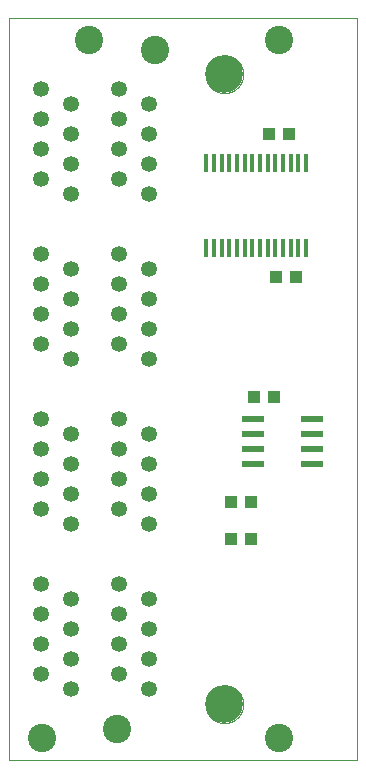
<source format=gbs>
G04 EAGLE Gerber RS-274X export*
G75*
%MOMM*%
%FSLAX34Y34*%
%LPD*%
%INSolder Mask bottom*%
%IPPOS*%
%AMOC8*
5,1,8,0,0,1.08239X$1,22.5*%
G01*
%ADD10C,0.000000*%
%ADD11C,3.200000*%
%ADD12C,1.350000*%
%ADD13C,2.400000*%
%ADD14R,1.100000X1.000000*%
%ADD15R,0.400000X1.500000*%
%ADD16R,1.000000X1.100000*%
%ADD17R,1.981200X0.558800*%


D10*
X0Y628650D02*
X0Y0D01*
X295275Y0D01*
X295275Y628650D01*
X0Y628650D01*
X166563Y47625D02*
X166568Y48018D01*
X166582Y48410D01*
X166606Y48802D01*
X166640Y49193D01*
X166683Y49584D01*
X166736Y49973D01*
X166799Y50360D01*
X166870Y50746D01*
X166952Y51131D01*
X167042Y51513D01*
X167143Y51892D01*
X167252Y52270D01*
X167371Y52644D01*
X167498Y53015D01*
X167635Y53383D01*
X167781Y53748D01*
X167936Y54109D01*
X168099Y54466D01*
X168271Y54819D01*
X168452Y55167D01*
X168642Y55511D01*
X168839Y55851D01*
X169045Y56185D01*
X169259Y56514D01*
X169482Y56838D01*
X169712Y57156D01*
X169949Y57469D01*
X170195Y57775D01*
X170448Y58076D01*
X170708Y58370D01*
X170975Y58658D01*
X171249Y58939D01*
X171530Y59213D01*
X171818Y59480D01*
X172112Y59740D01*
X172413Y59993D01*
X172719Y60239D01*
X173032Y60476D01*
X173350Y60706D01*
X173674Y60929D01*
X174003Y61143D01*
X174337Y61349D01*
X174677Y61546D01*
X175021Y61736D01*
X175369Y61917D01*
X175722Y62089D01*
X176079Y62252D01*
X176440Y62407D01*
X176805Y62553D01*
X177173Y62690D01*
X177544Y62817D01*
X177918Y62936D01*
X178296Y63045D01*
X178675Y63146D01*
X179057Y63236D01*
X179442Y63318D01*
X179828Y63389D01*
X180215Y63452D01*
X180604Y63505D01*
X180995Y63548D01*
X181386Y63582D01*
X181778Y63606D01*
X182170Y63620D01*
X182563Y63625D01*
X182956Y63620D01*
X183348Y63606D01*
X183740Y63582D01*
X184131Y63548D01*
X184522Y63505D01*
X184911Y63452D01*
X185298Y63389D01*
X185684Y63318D01*
X186069Y63236D01*
X186451Y63146D01*
X186830Y63045D01*
X187208Y62936D01*
X187582Y62817D01*
X187953Y62690D01*
X188321Y62553D01*
X188686Y62407D01*
X189047Y62252D01*
X189404Y62089D01*
X189757Y61917D01*
X190105Y61736D01*
X190449Y61546D01*
X190789Y61349D01*
X191123Y61143D01*
X191452Y60929D01*
X191776Y60706D01*
X192094Y60476D01*
X192407Y60239D01*
X192713Y59993D01*
X193014Y59740D01*
X193308Y59480D01*
X193596Y59213D01*
X193877Y58939D01*
X194151Y58658D01*
X194418Y58370D01*
X194678Y58076D01*
X194931Y57775D01*
X195177Y57469D01*
X195414Y57156D01*
X195644Y56838D01*
X195867Y56514D01*
X196081Y56185D01*
X196287Y55851D01*
X196484Y55511D01*
X196674Y55167D01*
X196855Y54819D01*
X197027Y54466D01*
X197190Y54109D01*
X197345Y53748D01*
X197491Y53383D01*
X197628Y53015D01*
X197755Y52644D01*
X197874Y52270D01*
X197983Y51892D01*
X198084Y51513D01*
X198174Y51131D01*
X198256Y50746D01*
X198327Y50360D01*
X198390Y49973D01*
X198443Y49584D01*
X198486Y49193D01*
X198520Y48802D01*
X198544Y48410D01*
X198558Y48018D01*
X198563Y47625D01*
X198558Y47232D01*
X198544Y46840D01*
X198520Y46448D01*
X198486Y46057D01*
X198443Y45666D01*
X198390Y45277D01*
X198327Y44890D01*
X198256Y44504D01*
X198174Y44119D01*
X198084Y43737D01*
X197983Y43358D01*
X197874Y42980D01*
X197755Y42606D01*
X197628Y42235D01*
X197491Y41867D01*
X197345Y41502D01*
X197190Y41141D01*
X197027Y40784D01*
X196855Y40431D01*
X196674Y40083D01*
X196484Y39739D01*
X196287Y39399D01*
X196081Y39065D01*
X195867Y38736D01*
X195644Y38412D01*
X195414Y38094D01*
X195177Y37781D01*
X194931Y37475D01*
X194678Y37174D01*
X194418Y36880D01*
X194151Y36592D01*
X193877Y36311D01*
X193596Y36037D01*
X193308Y35770D01*
X193014Y35510D01*
X192713Y35257D01*
X192407Y35011D01*
X192094Y34774D01*
X191776Y34544D01*
X191452Y34321D01*
X191123Y34107D01*
X190789Y33901D01*
X190449Y33704D01*
X190105Y33514D01*
X189757Y33333D01*
X189404Y33161D01*
X189047Y32998D01*
X188686Y32843D01*
X188321Y32697D01*
X187953Y32560D01*
X187582Y32433D01*
X187208Y32314D01*
X186830Y32205D01*
X186451Y32104D01*
X186069Y32014D01*
X185684Y31932D01*
X185298Y31861D01*
X184911Y31798D01*
X184522Y31745D01*
X184131Y31702D01*
X183740Y31668D01*
X183348Y31644D01*
X182956Y31630D01*
X182563Y31625D01*
X182170Y31630D01*
X181778Y31644D01*
X181386Y31668D01*
X180995Y31702D01*
X180604Y31745D01*
X180215Y31798D01*
X179828Y31861D01*
X179442Y31932D01*
X179057Y32014D01*
X178675Y32104D01*
X178296Y32205D01*
X177918Y32314D01*
X177544Y32433D01*
X177173Y32560D01*
X176805Y32697D01*
X176440Y32843D01*
X176079Y32998D01*
X175722Y33161D01*
X175369Y33333D01*
X175021Y33514D01*
X174677Y33704D01*
X174337Y33901D01*
X174003Y34107D01*
X173674Y34321D01*
X173350Y34544D01*
X173032Y34774D01*
X172719Y35011D01*
X172413Y35257D01*
X172112Y35510D01*
X171818Y35770D01*
X171530Y36037D01*
X171249Y36311D01*
X170975Y36592D01*
X170708Y36880D01*
X170448Y37174D01*
X170195Y37475D01*
X169949Y37781D01*
X169712Y38094D01*
X169482Y38412D01*
X169259Y38736D01*
X169045Y39065D01*
X168839Y39399D01*
X168642Y39739D01*
X168452Y40083D01*
X168271Y40431D01*
X168099Y40784D01*
X167936Y41141D01*
X167781Y41502D01*
X167635Y41867D01*
X167498Y42235D01*
X167371Y42606D01*
X167252Y42980D01*
X167143Y43358D01*
X167042Y43737D01*
X166952Y44119D01*
X166870Y44504D01*
X166799Y44890D01*
X166736Y45277D01*
X166683Y45666D01*
X166640Y46057D01*
X166606Y46448D01*
X166582Y46840D01*
X166568Y47232D01*
X166563Y47625D01*
D11*
X182563Y47625D03*
D10*
X166563Y581025D02*
X166568Y581418D01*
X166582Y581810D01*
X166606Y582202D01*
X166640Y582593D01*
X166683Y582984D01*
X166736Y583373D01*
X166799Y583760D01*
X166870Y584146D01*
X166952Y584531D01*
X167042Y584913D01*
X167143Y585292D01*
X167252Y585670D01*
X167371Y586044D01*
X167498Y586415D01*
X167635Y586783D01*
X167781Y587148D01*
X167936Y587509D01*
X168099Y587866D01*
X168271Y588219D01*
X168452Y588567D01*
X168642Y588911D01*
X168839Y589251D01*
X169045Y589585D01*
X169259Y589914D01*
X169482Y590238D01*
X169712Y590556D01*
X169949Y590869D01*
X170195Y591175D01*
X170448Y591476D01*
X170708Y591770D01*
X170975Y592058D01*
X171249Y592339D01*
X171530Y592613D01*
X171818Y592880D01*
X172112Y593140D01*
X172413Y593393D01*
X172719Y593639D01*
X173032Y593876D01*
X173350Y594106D01*
X173674Y594329D01*
X174003Y594543D01*
X174337Y594749D01*
X174677Y594946D01*
X175021Y595136D01*
X175369Y595317D01*
X175722Y595489D01*
X176079Y595652D01*
X176440Y595807D01*
X176805Y595953D01*
X177173Y596090D01*
X177544Y596217D01*
X177918Y596336D01*
X178296Y596445D01*
X178675Y596546D01*
X179057Y596636D01*
X179442Y596718D01*
X179828Y596789D01*
X180215Y596852D01*
X180604Y596905D01*
X180995Y596948D01*
X181386Y596982D01*
X181778Y597006D01*
X182170Y597020D01*
X182563Y597025D01*
X182956Y597020D01*
X183348Y597006D01*
X183740Y596982D01*
X184131Y596948D01*
X184522Y596905D01*
X184911Y596852D01*
X185298Y596789D01*
X185684Y596718D01*
X186069Y596636D01*
X186451Y596546D01*
X186830Y596445D01*
X187208Y596336D01*
X187582Y596217D01*
X187953Y596090D01*
X188321Y595953D01*
X188686Y595807D01*
X189047Y595652D01*
X189404Y595489D01*
X189757Y595317D01*
X190105Y595136D01*
X190449Y594946D01*
X190789Y594749D01*
X191123Y594543D01*
X191452Y594329D01*
X191776Y594106D01*
X192094Y593876D01*
X192407Y593639D01*
X192713Y593393D01*
X193014Y593140D01*
X193308Y592880D01*
X193596Y592613D01*
X193877Y592339D01*
X194151Y592058D01*
X194418Y591770D01*
X194678Y591476D01*
X194931Y591175D01*
X195177Y590869D01*
X195414Y590556D01*
X195644Y590238D01*
X195867Y589914D01*
X196081Y589585D01*
X196287Y589251D01*
X196484Y588911D01*
X196674Y588567D01*
X196855Y588219D01*
X197027Y587866D01*
X197190Y587509D01*
X197345Y587148D01*
X197491Y586783D01*
X197628Y586415D01*
X197755Y586044D01*
X197874Y585670D01*
X197983Y585292D01*
X198084Y584913D01*
X198174Y584531D01*
X198256Y584146D01*
X198327Y583760D01*
X198390Y583373D01*
X198443Y582984D01*
X198486Y582593D01*
X198520Y582202D01*
X198544Y581810D01*
X198558Y581418D01*
X198563Y581025D01*
X198558Y580632D01*
X198544Y580240D01*
X198520Y579848D01*
X198486Y579457D01*
X198443Y579066D01*
X198390Y578677D01*
X198327Y578290D01*
X198256Y577904D01*
X198174Y577519D01*
X198084Y577137D01*
X197983Y576758D01*
X197874Y576380D01*
X197755Y576006D01*
X197628Y575635D01*
X197491Y575267D01*
X197345Y574902D01*
X197190Y574541D01*
X197027Y574184D01*
X196855Y573831D01*
X196674Y573483D01*
X196484Y573139D01*
X196287Y572799D01*
X196081Y572465D01*
X195867Y572136D01*
X195644Y571812D01*
X195414Y571494D01*
X195177Y571181D01*
X194931Y570875D01*
X194678Y570574D01*
X194418Y570280D01*
X194151Y569992D01*
X193877Y569711D01*
X193596Y569437D01*
X193308Y569170D01*
X193014Y568910D01*
X192713Y568657D01*
X192407Y568411D01*
X192094Y568174D01*
X191776Y567944D01*
X191452Y567721D01*
X191123Y567507D01*
X190789Y567301D01*
X190449Y567104D01*
X190105Y566914D01*
X189757Y566733D01*
X189404Y566561D01*
X189047Y566398D01*
X188686Y566243D01*
X188321Y566097D01*
X187953Y565960D01*
X187582Y565833D01*
X187208Y565714D01*
X186830Y565605D01*
X186451Y565504D01*
X186069Y565414D01*
X185684Y565332D01*
X185298Y565261D01*
X184911Y565198D01*
X184522Y565145D01*
X184131Y565102D01*
X183740Y565068D01*
X183348Y565044D01*
X182956Y565030D01*
X182563Y565025D01*
X182170Y565030D01*
X181778Y565044D01*
X181386Y565068D01*
X180995Y565102D01*
X180604Y565145D01*
X180215Y565198D01*
X179828Y565261D01*
X179442Y565332D01*
X179057Y565414D01*
X178675Y565504D01*
X178296Y565605D01*
X177918Y565714D01*
X177544Y565833D01*
X177173Y565960D01*
X176805Y566097D01*
X176440Y566243D01*
X176079Y566398D01*
X175722Y566561D01*
X175369Y566733D01*
X175021Y566914D01*
X174677Y567104D01*
X174337Y567301D01*
X174003Y567507D01*
X173674Y567721D01*
X173350Y567944D01*
X173032Y568174D01*
X172719Y568411D01*
X172413Y568657D01*
X172112Y568910D01*
X171818Y569170D01*
X171530Y569437D01*
X171249Y569711D01*
X170975Y569992D01*
X170708Y570280D01*
X170448Y570574D01*
X170195Y570875D01*
X169949Y571181D01*
X169712Y571494D01*
X169482Y571812D01*
X169259Y572136D01*
X169045Y572465D01*
X168839Y572799D01*
X168642Y573139D01*
X168452Y573483D01*
X168271Y573831D01*
X168099Y574184D01*
X167936Y574541D01*
X167781Y574902D01*
X167635Y575267D01*
X167498Y575635D01*
X167371Y576006D01*
X167252Y576380D01*
X167143Y576758D01*
X167042Y577137D01*
X166952Y577519D01*
X166870Y577904D01*
X166799Y578290D01*
X166736Y578677D01*
X166683Y579066D01*
X166640Y579457D01*
X166606Y579848D01*
X166582Y580240D01*
X166568Y580632D01*
X166563Y581025D01*
D11*
X182563Y581025D03*
D12*
X52388Y136525D03*
X26988Y149225D03*
X26988Y123825D03*
X52388Y111125D03*
X26988Y73025D03*
X52388Y60325D03*
X52388Y85725D03*
X26988Y98425D03*
X52388Y276225D03*
X26988Y288925D03*
X26988Y263525D03*
X52388Y250825D03*
X26988Y212725D03*
X52388Y200025D03*
X52388Y225425D03*
X26988Y238125D03*
X52388Y415925D03*
X26988Y428625D03*
X26988Y403225D03*
X52388Y390525D03*
X26988Y352425D03*
X52388Y339725D03*
X52388Y365125D03*
X26988Y377825D03*
X52388Y555625D03*
X26988Y568325D03*
X26988Y542925D03*
X52388Y530225D03*
X26988Y492125D03*
X52388Y479425D03*
X52388Y504825D03*
X26988Y517525D03*
X119063Y136525D03*
X93663Y149225D03*
X93663Y123825D03*
X119063Y111125D03*
X93663Y73025D03*
X119063Y60325D03*
X119063Y85725D03*
X93663Y98425D03*
X119063Y276225D03*
X93663Y288925D03*
X93663Y263525D03*
X119063Y250825D03*
X93663Y212725D03*
X119063Y200025D03*
X119063Y225425D03*
X93663Y238125D03*
X119063Y415925D03*
X93663Y428625D03*
X93663Y403225D03*
X119063Y390525D03*
X93663Y352425D03*
X119063Y339725D03*
X119063Y365125D03*
X93663Y377825D03*
X119063Y555625D03*
X93663Y568325D03*
X93663Y542925D03*
X119063Y530225D03*
X93663Y492125D03*
X119063Y479425D03*
X119063Y504825D03*
X93663Y517525D03*
D13*
X28575Y19050D03*
X92075Y26988D03*
X228600Y19050D03*
X228600Y609600D03*
X123825Y601663D03*
X68263Y609600D03*
D14*
X220100Y530225D03*
X237100Y530225D03*
D15*
X167300Y506150D03*
X173800Y506150D03*
X180300Y506150D03*
X186800Y506150D03*
X193300Y506150D03*
X199800Y506150D03*
X206300Y506150D03*
X212800Y506150D03*
X219300Y506150D03*
X225800Y506150D03*
X232300Y506150D03*
X238800Y506150D03*
X245300Y506150D03*
X251800Y506150D03*
X251800Y433650D03*
X245300Y433650D03*
X238800Y433650D03*
X232300Y433650D03*
X225800Y433650D03*
X219300Y433650D03*
X212800Y433650D03*
X206300Y433650D03*
X199800Y433650D03*
X193300Y433650D03*
X186800Y433650D03*
X180300Y433650D03*
X173800Y433650D03*
X167300Y433650D03*
D16*
X226450Y409575D03*
X243450Y409575D03*
D14*
X207400Y307975D03*
X224400Y307975D03*
D16*
X188350Y219075D03*
X205350Y219075D03*
X188350Y187325D03*
X205350Y187325D03*
D17*
X256413Y288925D03*
X256413Y276225D03*
X256413Y263525D03*
X256413Y250825D03*
X207137Y250825D03*
X207137Y263525D03*
X207137Y276225D03*
X207137Y288925D03*
M02*

</source>
